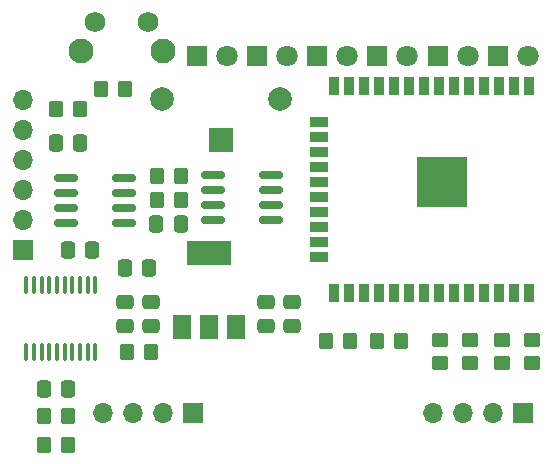
<source format=gbr>
%TF.GenerationSoftware,KiCad,Pcbnew,6.0.11-2627ca5db0~126~ubuntu20.04.1*%
%TF.CreationDate,2025-02-01T21:45:14-05:00*%
%TF.ProjectId,modbus_rtu_mirror_side_esp32_88x37x59mm,6d6f6462-7573-45f7-9274-755f6d697272,rev?*%
%TF.SameCoordinates,Original*%
%TF.FileFunction,Soldermask,Top*%
%TF.FilePolarity,Negative*%
%FSLAX46Y46*%
G04 Gerber Fmt 4.6, Leading zero omitted, Abs format (unit mm)*
G04 Created by KiCad (PCBNEW 6.0.11-2627ca5db0~126~ubuntu20.04.1) date 2025-02-01 21:45:14*
%MOMM*%
%LPD*%
G01*
G04 APERTURE LIST*
G04 Aperture macros list*
%AMRoundRect*
0 Rectangle with rounded corners*
0 $1 Rounding radius*
0 $2 $3 $4 $5 $6 $7 $8 $9 X,Y pos of 4 corners*
0 Add a 4 corners polygon primitive as box body*
4,1,4,$2,$3,$4,$5,$6,$7,$8,$9,$2,$3,0*
0 Add four circle primitives for the rounded corners*
1,1,$1+$1,$2,$3*
1,1,$1+$1,$4,$5*
1,1,$1+$1,$6,$7*
1,1,$1+$1,$8,$9*
0 Add four rect primitives between the rounded corners*
20,1,$1+$1,$2,$3,$4,$5,0*
20,1,$1+$1,$4,$5,$6,$7,0*
20,1,$1+$1,$6,$7,$8,$9,0*
20,1,$1+$1,$8,$9,$2,$3,0*%
G04 Aperture macros list end*
%ADD10RoundRect,0.250000X-0.350000X-0.450000X0.350000X-0.450000X0.350000X0.450000X-0.350000X0.450000X0*%
%ADD11RoundRect,0.250000X0.450000X-0.350000X0.450000X0.350000X-0.450000X0.350000X-0.450000X-0.350000X0*%
%ADD12RoundRect,0.250000X-0.337500X-0.475000X0.337500X-0.475000X0.337500X0.475000X-0.337500X0.475000X0*%
%ADD13R,1.800000X1.800000*%
%ADD14C,1.800000*%
%ADD15RoundRect,0.150000X-0.825000X-0.150000X0.825000X-0.150000X0.825000X0.150000X-0.825000X0.150000X0*%
%ADD16C,2.000000*%
%ADD17R,2.000000X2.000000*%
%ADD18R,1.700000X1.700000*%
%ADD19O,1.700000X1.700000*%
%ADD20RoundRect,0.100000X-0.100000X0.637500X-0.100000X-0.637500X0.100000X-0.637500X0.100000X0.637500X0*%
%ADD21RoundRect,0.250000X-0.475000X0.337500X-0.475000X-0.337500X0.475000X-0.337500X0.475000X0.337500X0*%
%ADD22R,0.900000X1.500000*%
%ADD23R,1.500000X0.900000*%
%ADD24C,0.475000*%
%ADD25R,4.200000X4.200000*%
%ADD26RoundRect,0.250000X0.350000X0.450000X-0.350000X0.450000X-0.350000X-0.450000X0.350000X-0.450000X0*%
%ADD27C,2.100000*%
%ADD28C,1.750000*%
%ADD29R,1.500000X2.000000*%
%ADD30R,3.800000X2.000000*%
G04 APERTURE END LIST*
D10*
%TO.C,R10*%
X103267000Y-138684000D03*
X105267000Y-138684000D03*
%TD*%
D11*
%TO.C,R4*%
X139319000Y-131810000D03*
X139319000Y-129810000D03*
%TD*%
D10*
%TO.C,R11*%
X104283000Y-110236000D03*
X106283000Y-110236000D03*
%TD*%
D12*
%TO.C,C9*%
X112754500Y-120015000D03*
X114829500Y-120015000D03*
%TD*%
%TO.C,C6*%
X110087500Y-123698000D03*
X112162500Y-123698000D03*
%TD*%
D10*
%TO.C,R7*%
X131461000Y-129921000D03*
X133461000Y-129921000D03*
%TD*%
D13*
%TO.C,D2*%
X136563000Y-105800000D03*
D14*
X139103000Y-105800000D03*
%TD*%
D12*
%TO.C,C8*%
X105240000Y-122174000D03*
X107315000Y-122174000D03*
%TD*%
D15*
%TO.C,U5*%
X105094000Y-116078000D03*
X105094000Y-117348000D03*
X105094000Y-118618000D03*
X105094000Y-119888000D03*
X110044000Y-119888000D03*
X110044000Y-118618000D03*
X110044000Y-117348000D03*
X110044000Y-116078000D03*
%TD*%
D16*
%TO.C,BT1*%
X113237000Y-109375000D03*
X123237000Y-109375000D03*
D17*
X118237000Y-112875000D03*
%TD*%
D10*
%TO.C,R12*%
X112792000Y-117983000D03*
X114792000Y-117983000D03*
%TD*%
D13*
%TO.C,D1*%
X141663000Y-105800000D03*
D14*
X144203000Y-105800000D03*
%TD*%
D11*
%TO.C,R2*%
X144526000Y-131810000D03*
X144526000Y-129810000D03*
%TD*%
D13*
%TO.C,D3*%
X131463000Y-105800000D03*
D14*
X134003000Y-105800000D03*
%TD*%
D11*
%TO.C,R3*%
X141986000Y-131810000D03*
X141986000Y-129810000D03*
%TD*%
D10*
%TO.C,R6*%
X127143000Y-129921000D03*
X129143000Y-129921000D03*
%TD*%
D18*
%TO.C,J3*%
X101473000Y-122174000D03*
D19*
X101473000Y-119634000D03*
X101473000Y-117094000D03*
X101473000Y-114554000D03*
X101473000Y-112014000D03*
X101473000Y-109474000D03*
%TD*%
D10*
%TO.C,R8*%
X108093000Y-108585000D03*
X110093000Y-108585000D03*
%TD*%
D20*
%TO.C,U2*%
X107573000Y-125153500D03*
X106923000Y-125153500D03*
X106273000Y-125153500D03*
X105623000Y-125153500D03*
X104973000Y-125153500D03*
X104323000Y-125153500D03*
X103673000Y-125153500D03*
X103023000Y-125153500D03*
X102373000Y-125153500D03*
X101723000Y-125153500D03*
X101723000Y-130878500D03*
X102373000Y-130878500D03*
X103023000Y-130878500D03*
X103673000Y-130878500D03*
X104323000Y-130878500D03*
X104973000Y-130878500D03*
X105623000Y-130878500D03*
X106273000Y-130878500D03*
X106923000Y-130878500D03*
X107573000Y-130878500D03*
%TD*%
D21*
%TO.C,C2*%
X122047000Y-126597500D03*
X122047000Y-128672500D03*
%TD*%
D10*
%TO.C,R1*%
X110252000Y-130810000D03*
X112252000Y-130810000D03*
%TD*%
D13*
%TO.C,D4*%
X126363000Y-105800000D03*
D14*
X128903000Y-105800000D03*
%TD*%
D21*
%TO.C,C1*%
X124206000Y-126597500D03*
X124206000Y-128672500D03*
%TD*%
%TO.C,C4*%
X110109000Y-126597500D03*
X110109000Y-128672500D03*
%TD*%
D22*
%TO.C,U1*%
X144267000Y-108344000D03*
X142997000Y-108344000D03*
X141727000Y-108344000D03*
X140457000Y-108344000D03*
X139187000Y-108344000D03*
X137917000Y-108344000D03*
X136647000Y-108344000D03*
X135377000Y-108344000D03*
X134107000Y-108344000D03*
X132837000Y-108344000D03*
X131567000Y-108344000D03*
X130297000Y-108344000D03*
X129027000Y-108344000D03*
X127757000Y-108344000D03*
D23*
X126507000Y-111384000D03*
X126507000Y-112654000D03*
X126507000Y-113924000D03*
X126507000Y-115194000D03*
X126507000Y-116464000D03*
X126507000Y-117734000D03*
X126507000Y-119004000D03*
X126507000Y-120274000D03*
X126507000Y-121544000D03*
X126507000Y-122814000D03*
D22*
X127757000Y-125844000D03*
X129027000Y-125844000D03*
X130297000Y-125844000D03*
X131567000Y-125844000D03*
X132837000Y-125844000D03*
X134107000Y-125844000D03*
X135377000Y-125844000D03*
X136647000Y-125844000D03*
X137917000Y-125844000D03*
X139187000Y-125844000D03*
X140457000Y-125844000D03*
X141727000Y-125844000D03*
X142997000Y-125844000D03*
X144267000Y-125844000D03*
D24*
X137689500Y-114889000D03*
X136164500Y-114889000D03*
X138452000Y-115651500D03*
X136927000Y-115651500D03*
X137689500Y-117939000D03*
X137689500Y-116414000D03*
D25*
X136927000Y-116414000D03*
D24*
X135402000Y-115651500D03*
X136927000Y-117176500D03*
X138452000Y-117176500D03*
X136164500Y-117939000D03*
X136164500Y-116414000D03*
X135402000Y-117176500D03*
%TD*%
D12*
%TO.C,C5*%
X103229500Y-133985000D03*
X105304500Y-133985000D03*
%TD*%
D18*
%TO.C,J1*%
X115840000Y-135980000D03*
D19*
X113300000Y-135980000D03*
X110760000Y-135980000D03*
X108220000Y-135980000D03*
%TD*%
D26*
%TO.C,R9*%
X105251000Y-136271000D03*
X103251000Y-136271000D03*
%TD*%
D10*
%TO.C,R13*%
X112792000Y-115951000D03*
X114792000Y-115951000D03*
%TD*%
D15*
%TO.C,U4*%
X117540000Y-115824000D03*
X117540000Y-117094000D03*
X117540000Y-118364000D03*
X117540000Y-119634000D03*
X122490000Y-119634000D03*
X122490000Y-118364000D03*
X122490000Y-117094000D03*
X122490000Y-115824000D03*
%TD*%
D13*
%TO.C,D6*%
X116163000Y-105800000D03*
D14*
X118703000Y-105800000D03*
%TD*%
D27*
%TO.C,SW1*%
X113340000Y-105357500D03*
X106330000Y-105357500D03*
D28*
X107580000Y-102867500D03*
X112080000Y-102867500D03*
%TD*%
D29*
%TO.C,U3*%
X114921000Y-128753000D03*
X117221000Y-128753000D03*
D30*
X117221000Y-122453000D03*
D29*
X119521000Y-128753000D03*
%TD*%
D18*
%TO.C,J2*%
X143780000Y-135980000D03*
D19*
X141240000Y-135980000D03*
X138700000Y-135980000D03*
X136160000Y-135980000D03*
%TD*%
D21*
%TO.C,C3*%
X112268000Y-126597500D03*
X112268000Y-128672500D03*
%TD*%
D13*
%TO.C,D5*%
X121263000Y-105800000D03*
D14*
X123803000Y-105800000D03*
%TD*%
D12*
%TO.C,C7*%
X104215000Y-113157000D03*
X106290000Y-113157000D03*
%TD*%
D11*
%TO.C,R5*%
X136779000Y-131810000D03*
X136779000Y-129810000D03*
%TD*%
M02*

</source>
